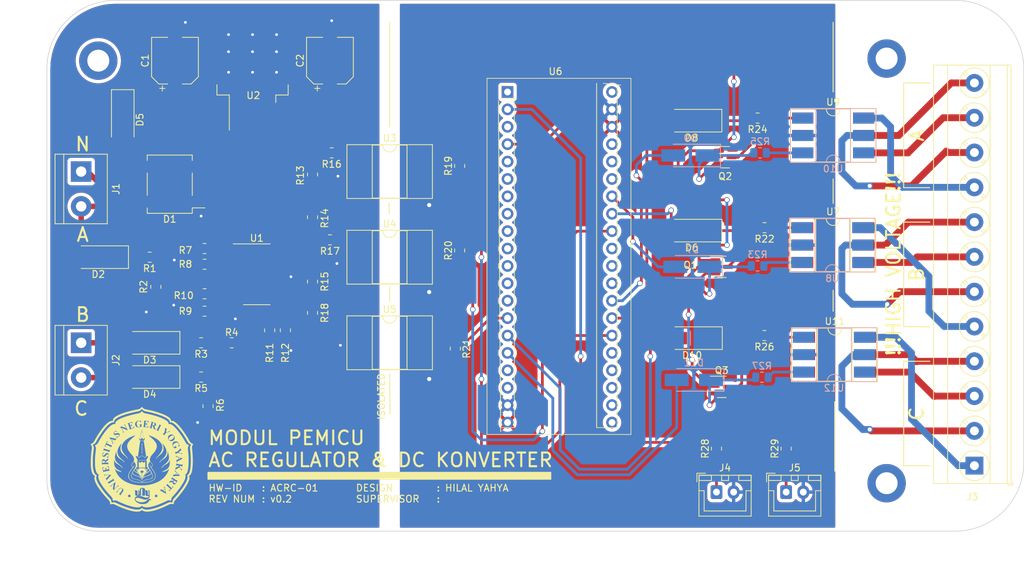
<source format=kicad_pcb>
(kicad_pcb (version 20211014) (generator pcbnew)
  (layers (0 "F.Cu" signal) (31 "B.Cu" signal) (34 "B.Paste" user) (35 "F.Paste" user) (36 "B.SilkS" user "B.Silkscreen") (37 "F.SilkS" user "F.Silkscreen") (38 "B.Mask" user) (39 "F.Mask" user) (44 "Edge.Cuts" user))
  (net 0 "")
  (net 1 "Net-(C1-Pad1)")
  (net 2 "GNDS")
  (net 3 "Net-(D1-Pad3)")
  (net 4 "PHASE_A")
  (net 5 "Net-(D2-Pad1)")
  (net 6 "PHASE_B")
  (net 7 "Net-(D3-Pad1)")
  (net 8 "NEUT")
  (net 9 "PHASE_C")
  (net 10 "Net-(D4-Pad1)")
  (net 11 "GATE_B1")
  (net 12 "Net-(D6-Pad1)")
  (net 13 "Net-(D7-Pad1)")
  (net 14 "Net-(D8-Pad1)")
  (net 15 "Net-(D9-Pad1)")
  (net 16 "GATE_B2")
  (net 17 "GATE_A1")
  (net 18 "Net-(D10-Pad1)")
  (net 19 "GATE_A2")
  (net 20 "GATE_C1")
  (net 21 "Net-(D11-Pad1)")
  (net 22 "GATE_C2")
  (net 23 "TRIAC_MODE")
  (net 24 "+3.3V")
  (net 25 "Net-(R1-Pad1)")
  (net 26 "Net-(R11-Pad1)")
  (net 27 "Net-(R3-Pad1)")
  (net 28 "Net-(R13-Pad1)")
  (net 29 "Net-(R14-Pad1)")
  (net 30 "Net-(R15-Pad1)")
  (net 31 "Net-(R5-Pad1)")
  (net 32 "GND")
  (net 33 "Net-(R7-Pad1)")
  (net 34 "VCC")
  (net 35 "Net-(R10-Pad2)")
  (net 38 "Net-(R16-Pad1)")
  (net 39 "Net-(R17-Pad1)")
  (net 40 "Net-(R18-Pad1)")
  (net 41 "ZCD_A")
  (net 42 "ZCD_B")
  (net 43 "ZCD_C")
  (net 44 "Net-(R22-Pad1)")
  (net 45 "Net-(R23-Pad1)")
  (net 46 "Net-(R24-Pad1)")
  (net 47 "Net-(R25-Pad1)")
  (net 48 "Net-(R26-Pad1)")
  (net 49 "Net-(R27-Pad1)")
  (net 54 "Net-(J4-Pad1)")
  (net 55 "Net-(J5-Pad1)")
  (net 64 "LED_USB")
  (net 79 "OUTB1_E")
  (net 80 "OUTB1_C")
  (net 83 "OUTB2_E")
  (net 84 "OUTB2_C")
  (net 87 "OUTA1_E")
  (net 88 "OUTA1_C")
  (net 91 "OUTA2_E")
  (net 92 "OUTA2_C")
  (net 95 "OUTC1_E")
  (net 96 "OUTC1_C")
  (net 99 "OUTC2_E")
  (net 100 "OUTC2_C")
  (footprint "Diode_SMD:D_SMA_Handsoldering" (layer "F.Cu") (at 166.624 91.821 180)
    (fp_text reference "D10")
    (fp_text value "1N4007")
  )
  (footprint "Package_DIP:DIP-6_W8.89mm_SMDSocket_LongPads" (layer "F.Cu") (at 122.5 67.5)
    (fp_text reference "U3")
    (fp_text value "4N35")
  )
  (footprint "Diode_SMD:D_SMA_Handsoldering" (layer "F.Cu") (at 166.5605 76.120904 180)
    (fp_text reference "D6")
    (fp_text value "1N4007")
  )
  (footprint "Resistor_SMD:R_0805_2012Metric" (layer "F.Cu") (at 113.792 77.47 180)
    (fp_text reference "R17")
    (fp_text value "2K2")
  )
  (footprint "Resistor_SMD:R_0805_2012Metric" (layer "F.Cu") (at 87.5 80 180)
    (fp_text reference "R1")
    (fp_text value "10K")
  )
  (footprint "Diode_SMD:D_SMA_Handsoldering" (layer "F.Cu") (at 166.5605 60.071 180)
    (fp_text reference "D8")
    (fp_text value "1N4007")
  )
  (footprint "Resistor_SMD:R_0805_2012Metric" (layer "F.Cu") (at 111.252 74.168 90)
    (fp_text reference "R14")
    (fp_text value "10K")
  )
  (footprint "Package_DIP:DIP-6_W8.89mm_SMDSocket_LongPads" (layer "F.Cu") (at 187.198 62.23)
    (fp_text reference "U9")
    (fp_text value "4N35")
  )
  (footprint "Package_SO:SOIC-14_3.9x8.7mm_P1.27mm" (layer "F.Cu") (at 103.124 82.5)
    (fp_text reference "U1")
    (fp_text value "LM339")
  )
  (footprint "logo_uny:logo_uny_15mm" (layer "F.Cu") (at 86.36 109.5)
    (fp_text reference "G***" hide)
    (fp_text value "LOGO" hide)
  )
  (footprint "MountingHole:MountingHole_3.2mm_M3_DIN965_Pad" (layer "F.Cu") (at 195 113)
    (fp_text reference "REF**" hide)
    (fp_text value "MountingHole_3.2mm_M3_DIN965_Pad")
  )
  (footprint "Package_DIP:DIP-6_W8.89mm_SMDSocket_LongPads" (layer "F.Cu") (at 187.198 78.232)
    (fp_text reference "U7")
    (fp_text value "4N35")
  )
  (footprint "Resistor_SMD:R_0805_2012Metric" (layer "F.Cu") (at 114.046 64.77 180)
    (fp_text reference "R16")
    (fp_text value "2K2")
  )
  (footprint "Resistor_SMD:R_0805_2012Metric" (layer "F.Cu") (at 180.34 107.95 90)
    (fp_text reference "R29")
    (fp_text value "220")
  )
  (footprint "Resistor_SMD:R_0805_2012Metric" (layer "F.Cu") (at 111.252 88.138 90)
    (fp_text reference "R18")
    (fp_text value "2K2")
  )
  (footprint "Package_DIP:DIP-6_W8.89mm_SMDSocket_LongPads" (layer "F.Cu") (at 122.5 92.5)
    (fp_text reference "U5")
    (fp_text value "4N35")
  )
  (footprint "Capacitor_SMD:CP_Elec_6.3x7.7" (layer "F.Cu") (at 91.186 51.308 90)
    (fp_text reference "C1")
    (fp_text value "100uF")
  )
  (footprint "Package_DIP:DIP-6_W8.89mm_SMDSocket_LongPads" (layer "F.Cu") (at 187.452 94.234)
    (fp_text reference "U11")
    (fp_text value "4N35")
  )
  (footprint "Resistor_SMD:R_0805_2012Metric" (layer "F.Cu") (at 95.504 78.74 180)
    (fp_text reference "R7")
    (fp_text value "100K")
  )
  (footprint "Resistor_SMD:R_0805_2012Metric" (layer "F.Cu") (at 95 97.5 180)
    (fp_text reference "R5")
    (fp_text value "10K")
  )
  (footprint "Diode_SMD:D_SMA_Handsoldering" (layer "F.Cu") (at 83.566 59.944 -90)
    (fp_text reference "D5")
    (fp_text value "1N4007")
  )
  (footprint "Resistor_SMD:R_0805_2012Metric" (layer "F.Cu") (at 111.252 83.566 90)
    (fp_text reference "R15")
    (fp_text value "10K")
  )
  (footprint "Resistor_SMD:R_0805_2012Metric" (layer "F.Cu") (at 96.012 101.7505 90)
    (fp_text reference "R6")
    (fp_text value "10K")
  )
  (footprint "Footprints:YAAJ_WeAct_BlackPill_2" (layer "F.Cu") (at 139.7 55.88)
    (fp_text reference "U6")
    (fp_text value "YAAJ_WeAct_BlackPill_Part_Like" hide)
  )
  (footprint "Package_TO_SOT_SMD:SOT-23" (layer "F.Cu") (at 170.942 98.933)
    (fp_text reference "Q3")
    (fp_text value "MMBT3904")
  )
  (footprint "MountingHole:MountingHole_3.2mm_M3_DIN965_Pad" (layer "F.Cu") (at 80 51.308)
    (fp_text reference "REF**" hide)
    (fp_text value "MountingHole_3.2mm_M3_DIN965_Pad")
  )
  (footprint "Package_TO_SOT_SMD:SOT-23" (layer "F.Cu") (at 170.942 81.407)
    (fp_text reference "Q1")
    (fp_text value "MMBT3904")
  )
  (footprint "Diode_SMD:D_SMA_Handsoldering" (layer "F.Cu") (at 80 80 180)
    (fp_text reference "D2")
    (fp_text value "1N4007")
  )
  (footprint "Resistor_SMD:R_0805_2012Metric" (layer "F.Cu") (at 111.252 67.9215 -90)
    (fp_text reference "R13")
    (fp_text value "10K")
  )
  (footprint "Connector_JST:JST_XH_B2B-XH-A_1x02_P2.50mm_Vertical" (layer "F.Cu") (at 180.34 114.3)
    (fp_text reference "J5")
    (fp_text value "POWER")
  )
  (footprint "Diode_SMD:Diode_Bridge_OnSemi_SDIP-4L" (layer "F.Cu") (at 90.424 69.342 180)
    (fp_text reference "D1")
    (fp_text value "DB106S")
  )
  (footprint "Resistor_SMD:R_0805_2012Metric" (layer "F.Cu") (at 99.4645 92.5068 180)
    (fp_text reference "R4")
    (fp_text value "10K")
  )
  (footprint "Resistor_SMD:R_0805_2012Metric" (layer "F.Cu") (at 95.504 81.026)
    (fp_text reference "R8")
    (fp_text value "10K")
  )
  (footprint "Resistor_SMD:R_0805_2012Metric" (layer "F.Cu") (at 95 92.5 180)
    (fp_text reference "R3")
    (fp_text value "10K")
  )
  (footprint "Resistor_SMD:R_0805_2012Metric" (layer "F.Cu") (at 95.504 87.884 180)
    (fp_text reference "R9")
    (fp_text value "100K")
  )
  (footprint "MountingHole:MountingHole_3.2mm_M3_DIN965_Pad" (layer "F.Cu") (at 195 51)
    (fp_text reference "REF**" hide)
    (fp_text value "MountingHole_3.2mm_M3_DIN965_Pad")
  )
  (footprint "Package_DIP:DIP-6_W8.89mm_SMDSocket_LongPads" (layer "F.Cu") (at 122.5 80)
    (fp_text reference "U4")
    (fp_text value "4N35")
  )
  (footprint "Resistor_SMD:R_0805_2012Metric" (layer "F.Cu") (at 132.715 79.0175 90)
    (fp_text reference "R20")
    (fp_text value "10K")
  )
  (footprint "TerminalBlock:TerminalBlock_bornier-2_P5.08mm" (layer "F.Cu") (at 77.5 67.5 -90)
    (fp_text reference "J1")
    (fp_text value "IN1")
  )
  (footprint "Package_TO_SOT_SMD:SOT-23" (layer "F.Cu") (at 171.45 65.405)
    (fp_text reference "Q2")
    (fp_text value "MMBT3904")
  )
  (footprint "Resistor_SMD:R_0805_2012Metric" (layer "F.Cu") (at 170.18 107.95 90)
    (fp_text reference "R28")
    (fp_text value "220")
  )
  (footprint "Package_TO_SOT_SMD:TO-263-2" (layer "F.Cu") (at 102.5 53.375 90)
    (fp_text reference "U2")
    (fp_text value "L7812")
  )
  (footprint "Resistor_SMD:R_0805_2012Metric" (layer "F.Cu") (at 176.1725 59.69 180)
    (fp_text reference "R24")
    (fp_text value "2K2")
  )
  (footprint "Resistor_SMD:R_0805_2012Metric" (layer "F.Cu") (at 177.1885 75.692 180)
    (fp_text reference "R22")
    (fp_text value "2K2")
  )
  (footprint "Resistor_SMD:R_0805_2012Metric" (layer "F.Cu") (at 177.165 91.44 180)
    (fp_text reference "R26")
    (fp_text value "2K2")
  )
  (footprint "Resistor_SMD:R_0805_2012Metric" (layer "F.Cu") (at 105.0036 90.678 -90)
    (fp_text reference "R11")
    (fp_text value "100K")
  )
  (footprint "Resistor_SMD:R_0805_2012Metric" (layer "F.Cu") (at 107.2896 90.678 90)
    (fp_text reference "R12")
    (fp_text value "10K")
  )
  (footprint "Capacitor_SMD:CP_Elec_6.3x7.7" (layer "F.Cu") (at 113.792 51.308 90)
    (fp_text reference "C2")
    (fp_text value "100uF")
  )
  (footprint "Diode_SMD:D_SMA_Handsoldering" (layer "F.Cu") (at 87.5 92.5 180)
    (fp_text reference "D3")
    (fp_text value "1N4007")
  )
  (footprint "TerminalBlock_Phoenix:TerminalBlock_Phoenix_MKDS-3-12-5.08_1x12_P5.08mm_Horizontal" (layer "F.Cu") (at 207.8 110.44 90)
    (fp_text reference "J3")
    (fp_text value "OUT")
  )
  (footprint "Resistor_SMD:R_0805_2012Metric" (layer "F.Cu") (at 95.504 85.344)
    (fp_text reference "R10")
    (fp_text value "10K")
  )
  (footprint "Connector_JST:JST_XH_B2B-XH-A_1x02_P2.50mm_Vertical" (layer "F.Cu") (at 170.18 114.3)
    (fp_text reference "J4")
    (fp_text value "USB_LED")
  )
  (footprint "Resistor_SMD:R_0805_2012Metric" (layer "F.Cu") (at 88.392 84.328 90)
    (fp_text reference "R2")
    (fp_text value "10K")
  )
  (footprint "Diode_SMD:D_SMA_Handsoldering" (layer "F.Cu") (at 87.5 97.5 180)
    (fp_text reference "D4")
    (fp_text value "1N4007")
  )
  (footprint "Resistor_SMD:R_0805_2012Metric" (layer "F.Cu") (at 132.08 93.345 -90)
    (fp_text reference "R21")
    (fp_text value "10K")
  )
  (footprint "Resistor_SMD:R_0805_2012Metric" (layer "F.Cu") (at 132.715 66.675 90)
    (fp_text reference "R19")
    (fp_text value "10K")
  )
  (footprint "TerminalBlock:TerminalBlock_bornier-2_P5.08mm" (layer "F.Cu") (at 77.5 92.5 -90)
    (fp_text reference "J2")
    (fp_text value "IN2")
  )
  (footprint "Diode_SMD:D_SMA_Handsoldering" (layer "B.Cu") (at 166.878 97.917 180)
    (fp_text reference "D11")
    (fp_text value "1N4007")
  )
  (footprint "Package_DIP:DIP-6_W8.89mm_SMDSocket_LongPads" (layer "B.Cu") (at 187.325 94.234)
    (fp_text reference "U12")
    (fp_text value "4N35")
  )
  (footprint "Diode_SMD:D_SMA_Handsoldering" (layer "B.Cu") (at 166.37 65.151 180)
    (fp_text reference "D9")
    (fp_text value "1N4007")
  )
  (footprint "Package_DIP:DIP-6_W8.89mm_SMDSocket_LongPads" (layer "B.Cu") (at 187.198 62.23)
    (fp_text reference "U10")
    (fp_text value "4N35")
  )
  (footprint "Resistor_SMD:R_0805_2012Metric" (layer "B.Cu") (at 176.8075 97.536 180)
    (fp_text reference "R27")
    (fp_text value "2K2")
  )
  (footprint "Resistor_SMD:R_0805_2012Metric" (layer "B.Cu") (at 176.53 64.77 180)
    (fp_text reference "R25")
    (fp_text value "2K2")
  )
  (footprint "Package_DIP:DIP-6_W8.89mm_SMDSocket_LongPads" (layer "B.Cu") (at 187.071 78.232)
    (fp_text reference "U8")
    (fp_text value "4N35")
  )
  (footprint "Resistor_SMD:R_0805_2012Metric" (layer "B.Cu") (at 176.1725 81.28 180)
    (fp_text reference "R23")
    (fp_text value "2K2")
  )
  (footprint "Diode_SMD:D_SMA_Handsoldering" (layer "B.Cu") (at 166.664 81.407 180)
    (fp_text reference "D7")
    (fp_text value "1N4007")
  )
  (gr_line (start 197.485 90.12) (end 201.295 90.17) (layer "F.SilkS") (width 0.15))
  (gr_line (start 187.198 55.88) (end 187.198 45.72) (layer "F.SilkS") (width 0.15))
  (gr_line (start 122.428 72.136) (end 122.428 73.66) (layer "F.SilkS") (width 0.15))
  (gr_line (start 122.5 97.028) (end 122.555 102.87) (layer "F.SilkS") (width 0.15))
  (gr_line (start 201.295 110.44) (end 197.485 110.44) (layer "F.SilkS") (width 0.15))
  (gr_line (start 122.5 84.328) (end 122.5 86.36) (layer "F.SilkS") (width 0.15))
  (gr_line (start 197.485 69.85) (end 201.295 69.85) (layer "F.SilkS") (width 0.15))
  (gr_line (start 201.295 74.88) (end 197.485 74.88) (layer "F.SilkS") (width 0.15))
  (gr_line (start 122.5 60.96) (end 122.5 45.72) (layer "F.SilkS") (width 0.15))
  (gr_line (start 197.485 74.88) (end 197.485 90.12) (layer "F.SilkS") (width 0.15))
  (gr_line (start 201.295 95.2) (end 197.485 95.2) (layer "F.SilkS") (width 0.15))
  (gr_line (start 187.198 84.836) (end 187.198 87.884) (layer "F.SilkS") (width 0.15))
  (gr_poly (pts (xy 146 112.415) (xy 96 112.415) (xy 96 111.415) (xy 146 111.415)) (layer "F.SilkS") (width 0.15) (fill solid))
  (gr_line (start 187.452 101.092) (end 187.452 111.252) (layer "F.SilkS") (width 0.15))
  (gr_line (start 197.485 54.56) (end 197.485 69.85) (layer "F.SilkS") (width 0.15))
  (gr_line (start 187.198 68.58) (end 187.198 72.136) (layer "F.SilkS") (width 0.15))
  (gr_line (start 201.295 54.56) (end 197.485 54.56) (layer "F.SilkS") (width 0.15))
  (gr_line (start 197.485 95.2) (end 197.485 110.44) (layer "F.SilkS") (width 0.15))
  (gr_arc (start 72.5 52.5) (mid 75.428932 45.428932) (end 82.5 42.5) (layer "Edge.Cuts") (width 0.1))
  (gr_line (start 72.5 52.5) (end 72.5 112.5) (layer "Edge.Cuts") (width 0.1))
  (gr_line (start 215 52.5) (end 215 110) (layer "Edge.Cuts") (width 0.1))
  (gr_arc (start 80 120) (mid 74.696699 117.803301) (end 72.5 112.5) (layer "Edge.Cuts") (width 0.1))
  (gr_arc (start 215 110) (mid 212.071068 117.071068) (end 205 120) (layer "Edge.Cuts") (width 0.1))
  (gr_line (start 82.5 42.5) (end 205 42.5) (layer "Edge.Cuts") (width 0.1))
  (gr_arc (start 205 42.5) (mid 212.071068 45.428932) (end 215 52.5) (layer "Edge.Cuts") (width 0.1))
  (gr_line (start 80 120) (end 205 120) (layer "Edge.Cuts") (width 0.1))
  (gr_text "MODUL PEMICU\nAC REGULATOR & DC KONVERTER" (at 95.885 108) (layer "F.SilkS") (effects (font (size 2 2) (thickness 0.3)) (justify left)))
  (gr_text "A" (at 77.724 76.708) (layer "F.SilkS") (effects (font (size 2 2) (thickness 0.3))))
  (gr_text "A" (at 199.39 62.23 90) (layer "F.SilkS") (effects (font (size 2 2) (thickness 0.3))))
  (gr_text "ISOLATED" (at 121.285 100.33 90) (layer "F.SilkS") (effects (font (size 1 1))))
  (gr_text "!!!HIGH VOLTAGE!!!" (at 196 81 90) (layer "F.SilkS") (effects (font (size 2 2) (thickness 0.3))))
  (gr_text "B" (at 199.39 82.55 90) (layer "F.SilkS") (effects (font (size 2 2) (thickness 0.3))))
  (gr_text "B" (at 77.724 88.392) (layer "F.SilkS") (effects (font (size 2 2) (thickness 0.3))))
  (gr_text "HW-ID	: ACRC-01\nREV NUM	: v0.2" (at 96 114.5) (layer "F.SilkS") (effects (font (size 1 1)) (justify left)))
  (gr_text "C" (at 77.5 102.108) (layer "F.SilkS") (effects (font (size 2 2) (thickness 0.3))))
  (gr_text "C" (at 199.39 102.87 90) (layer "F.SilkS") (effects (font (size 2 2) (thickness 0.3))))
  (gr_text "DESIGN		: HILAL YAHYA\nSUPERVISOR	:" (at 117.5 114.5) (layer "F.SilkS") (effects (font (size 1 1)) (justify left)))
  (gr_text "N" (at 77.724 63.5) (layer "F.SilkS") (effects (font (size 2 2) (thickness 0.3))))
  (segment (start 96.328 59.15) (end 99.96 59.15) (width 0.4) (layer "F.Cu") (net 1))
  (segment (start 87.75 57.444) (end 91.186 54.008) (width 0.4) (layer "F.Cu") (net 1))
  (segment (start 91.186 54.008) (end 96.328 59.15) (width 0.4) (layer "F.Cu") (net 1))
  (segment (start 83.566 57.444) (end 87.75 57.444) (width 0.4) (layer "F.Cu") (net 1))
  (segment (start 94.874 73.874) (end 95 74) (width 0.4) (layer "F.Cu") (net 2))
  (segment (start 118.055 92.5) (end 115.6784 92.5) (width 0.4) (layer "F.Cu") (net 2))
  (segment (start 102.832 50) (end 105.156 52.324) (width 0.4) (layer "F.Cu") (net 2))
  (segment (start 94.874 71.892) (end 94.874 73.874) (width 0.4) (layer "F.Cu") (net 2))
  (segment (start 102.5 50) (end 102.832 50) (width 0.4) (layer "F.Cu") (net 2))
  (segment (start 96.012 102.663) (end 95.965 102.663) (width 0.4) (layer "F.Cu") (net 2))
  (segment (start 102.5 50) (end 102.5 53) (width 0.4) (layer "F.Cu") (net 2))
  (segment (start 107.2896 91.5905) (end 107.2896 92.8116) (width 0.4) (layer "F.Cu") (net 2))
  (segment (start 103.162 50) (end 102.5 50) (width 0.4) (layer "F.Cu") (net 2))
  (segment (start 118.055 67.5) (end 115.634 67.5) (width 0.4) (layer "F.Cu") (net 2))
  (segment (start 102.5 50) (end 99 50) (width 0.4) (layer "F.Cu") (net 2))
  (segment (start 100 47.5) (end 102.5 50) (width 0.4) (layer "F.Cu") (net 2))
  (segment (start 94.5915 85.344) (end 92.656 85.344) (width 0.4) (layer "F.Cu") (net 2))
  (segment (start 101.816 50) (end 100.076 48.26) (width 0.4) (layer "F.Cu") (net 2))
  (segment (start 91.186 48.608) (end 91.186 47.244) (width 0.4) (layer "F.Cu") (net 2))
  (segment (start 102.5 50) (end 102.5 47.5) (width 0.4) (layer "F.Cu") (net 2))
  (segment (start 103.5 50) (end 106 47.5) (width 0.4) (layer "F.Cu") (net 2))
  (segment (start 102.5 50) (end 105.5 53) (width 0.4) (layer "F.Cu") (net 2))
  (segment (start 95.965 102.663) (end 94.488 104.14) (width 0.4) (layer "F.Cu") (net 2))
  (segment (start 102.5 50) (end 102.4 50) (width 0.4) (layer "F.Cu") (net 2))
  (segment (start 99 47.5) (end 100 47.5) (width 0.4) (layer "F.Cu") (net 2))
  (segment (start 115.634 67.5) (end 114.9604 68.1736) (width 0.4) (layer "F.Cu") (net 2))
  (segment (start 100.377 89.377) (end 100 89) (width 0.4) (layer "F.Cu") (net 2))
  (segment (start 92.656 85.344) (end 91 87) (width 0.4) (layer "F.Cu") (net 2))
  (segment (start 102.5 50) (end 101.816 50) (width 0.4) (layer "F.Cu") (net 2))
  (segment (start 118.055 80) (end 115.7324 80) (width 0.4) (layer "F.Cu") (net 2))
  (segment (start 115.6784 92.5) (end 115.316 92.8624) (width 0.4) (layer "F.Cu") (net 2))
  (segment (start 106.4776 81.23) (end 108.1024 82.8548) (width 0.4) (layer "F.Cu") (net 2))
  (segment (start 102.5 50) (end 106 50) (width 0.4) (layer "F.Cu") (net 2))
  (segment (start 102.4 50) (end 100.076 52.324) (width 0.4) (layer "F.Cu") (net 2))
  (segment (start 91.186 47.244) (end 92.71 45.72) (width 0.4) (layer "F.Cu") (net 2))
  (segment (start 107.2896 92.8116) (end 108.1024 93.6244) (width 0.4) (layer "F.Cu") (net 2))
  (segment (start 105.5 53) (end 106 53) (width 0.4) (layer "F.Cu") (net 2))
  (segment (start 113.792 45.72) (end 114.046 45.466) (width 0.4) (layer "F.Cu") (net 2))
  (segment (start 113.792 48.608) (end 113.792 45.72) (width 0.4) (layer "F.Cu") (net 2))
  (segment (start 102.5 50) (end 99 53) (width 0.4) (layer "F.Cu") (net 2))
  (segment (start 88.392 86.608) (end 87 88) (width 0.4) (layer "F.Cu") (net 2))
  (segment (start 100.377 92.5068) (end 100.377 89.377) (width 0.4) (layer "F.Cu") (net 2))
  (segment (start 102.5 50) (end 103.5 50) (width 0.4) (layer "F.Cu") (net 2))
  (segment (start 105.599 81.23) (end 106.4776 81.23) (width 0.4) (layer "F.Cu") (net 2))
  (segment (start 105.182351 50.041575) (end 103.162 50) (width 0.4) (layer "F.Cu") (net 2))
  (segment (start 94.5915 81.026) (end 91.694 81.026) (width 0.4) (layer "F.Cu") (net 2))
  (segment (start 91.694 81.026) (end 91.0844 80.4164) (width 0.4) (layer "F.Cu") (net 2))
  (segment (start 115.7324 80) (end 114.808 80.9244) (width 0.4) (layer "F.Cu") (net 2))
  (segment (start 88.392 85.2405) (end 88.392 86.608) (width 0.4) (layer "F.Cu") (net 2))
  (via (at 99 50) (size 0.8) (drill 0.4) (layers "F.Cu" "B.Cu") (net 2))
  (via (at 108.1024 82.8548) (size 0.8) (drill 0.4) (layers "F.Cu" "B.Cu") (net 2))
  (via (at 102.5 50) (size 0.8) (drill 0.4) (layers "F.Cu" "B.Cu") (net 2))
  (via (at 87 88) (size 0.8) (drill 0.4) (layers "F.Cu" "B.Cu") (net 2))
  (via (at 95 74) (size 0.8) (drill 0.4) (layers "F.Cu" "B.Cu") (net 2))
  (via (at 91 87) (size 0.8) (drill 0.4) (layers "F.Cu" "B.Cu") (net 2))
  (via (at 106 50) (size 0.8) (drill 0.4) (layers "F.Cu" "B.Cu") (net 2))
  (via (at 94.488 104.14) (size 0.8) (drill 0.4) (layers "F.Cu" "B.Cu") (net 2))
  (via (at 102.5 47.5) (size 0.8) (drill 0.4) (layers "F.Cu" "B.Cu") (net 2))
  (via (at 106 53) (size 0.8) (drill 0.4) (layers "F.Cu" "B.Cu") (net 2))
  (via (at 99 53) (size 0.8) (drill 0.4) (layers "F.Cu" "B.Cu") (net 2))
  (via (at 114.808 80.9244) (size 0.8) (drill 0.4) (layers "F.Cu" "B.Cu") (net 2))
  (via (at 100 89) (size 0.8) (drill 0.4) (layers "F.Cu" "B.Cu") (net 2))
  (via (at 99 47.5) (size 0.8) (drill 0.4) (layers "F.Cu" "B.Cu") (net 2))
  (via (at 102.5 53) (size 0.8) (drill 0.4) (layers "F.Cu" "B.Cu") (net 2))
  (via (at 114.9604 68.1736) (size 0.8) (drill 0.4) (layers "F.Cu" "B.Cu") (net 2))
  (via (at 91.0844 80.4164) (size 0.8) (drill 0.4) (layers "F.Cu" "B.Cu") (net 2))
  (via (at 106 47.5) (size 0.8) (drill 0.4) (layers "F.Cu" "B.Cu") (net 2))
  (via (at 108.1024 93.6244) (size 0.8) (drill 0.4) (layers "F.Cu" "B.Cu") (net 2))
  (via (at 115.316 92.8624) (size 0.8) (drill 0.4) (layers "F.Cu" "B.Cu") (net 2))
  (via (at 114.046 45.466) (size 0.8) (drill 0.4) (layers "F.Cu" "B.Cu") (net 2))
  (via (at 92.71 45.72) (size 0.8) (drill 0.4) (layers "F.Cu" "B.Cu") (net 2))
  (segment (start 83.566 66.04) (end 83.566 62.444) (width 0.4) (layer "F.Cu") (net 3))
  (segment (start 85.974 66.792) (end 84.318 66.792) (width 0.4) (layer "F.Cu") (net 3))
  (segment (start 84.318 66.792) (end 83.566 66.04) (width 0.4) (layer "F.Cu") (net 3))
  (segment (start 90.678 67.818) (end 91.704 66.792) (width 0.8) (layer "F.Cu") (net 4))
  (segment (start 79.946 72.58) (end 83.566 76.2) (width 0.8) (layer "F.Cu") (net 4))
  (segment (start 77.5 72.58) (end 79.946 72.58) (width 0.8) (layer "F.Cu") (net 4))
  (segment (start 90.678 73.152) (end 90.678 67.818) (width 0.8) (layer "F.Cu") (net 4))
  (segment (start 77.5 72.58) (end 77.5 80) (width 0.8) (layer "F.Cu") (net 4))
  (segment (start 87.63 76.2) (end 90.678 73.152) (width 0.8) (layer "F.Cu") (net 4))
  (segment (start 83.566 76.2) (end 87.63 76.2) (width 0.8) (layer "F.Cu") (net 4))
  (segment (start 91.704 66.792) (end 94.874 66.792) (width 0.8) (layer "F.Cu") (net 4))
  (segment (start 82.5 80) (end 86.5875 80) (width 0.8) (layer "F.Cu") (net 5))
  (segment (start 77.5 92.5) (end 85 92.5) (width 0.8) (layer "F.Cu") (net 6))
  (segment (start 90 92.5) (end 94.0875 92.5) (width 0.8) (layer "F.Cu") (net 7))
  (segment (start 77.5 67.5) (end 78.422 67.5) (width 0.8) (layer "F.Cu") (net 8))
  (segment (start 82.814 71.892) (end 85.974 71.892) (width 0.8) (layer "F.Cu") (net 8))
  (segment (start 78.422 67.5) (end 82.814 71.892) (width 0.8) (layer "F.Cu") (net 8))
  (segment (start 77.5 97.58) (end 84.92 97.58) (width 0.8) (layer "F.Cu") (net 9))
  (segment (start 84.92 97.58) (end 85 97.5) (width 0.8) (layer "F.Cu") (net 9))
  (segment (start 90 97.5) (end 94.0875 97.5) (width 0.8) (layer "F.Cu") (net 10))
  (segment (start 163.576 73.152) (end 163.576 75.636404) (width 0.4) (layer "F.Cu") (net 11))
  (segment (start 163.576 75.636404) (end 164.0605 76.120904) (width 0.4) (layer "F.Cu") (net 11))
  (via (at 163.576 73.152) (size 0.8) (drill 0.6) (layers "F.Cu" "B.Cu") (net 11))
  (segment (start 154.94 73.66) (end 163.068 73.66) (width 0.4) (layer "B.Cu") (net 11))
  (segment (start 163.068 73.66) (end 163.576 73.152) (width 0.4) (layer "B.Cu") (net 11))
  (segment (start 174.323096 76.120904) (end 173.736 76.708) (width 0.4) (layer "F.Cu") (net 12))
  (segment (start 171.8795 81.407) (end 173.736 79.5505) (width 0.4) (layer "F.Cu") (net 12))
  (segment (start 173.148904 76.120904) (end 174.323096 76.120904) (width 0.4) (layer "F.Cu") (net 12))
  (segment (start 174.323096 76.120904) (end 175.847096 76.120904) (width 0.4) (layer "F.Cu") (net 12))
  (segment (start 173.148904 76.120904) (end 173.736 76.708) (width 0.4) (layer "F.Cu") (net 12))
  (segment (start 173.736 79.5505) (end 173.736 76.708) (width 0.4) (layer "F.Cu") (net 12))
  (segment (start 175.847096 76.120904) (end 176.276 75.692) (width 0.4) (layer "F.Cu") (net 12))
  (segment (start 173.736 76.708) (end 173.736 76.2) (width 0.4) (layer "F.Cu") (net 12))
  (segment (start 169.0605 76.120904) (end 173.148904 76.120904) (width 0.4) (layer "F.Cu") (net 12))
  (segment (start 170.0045 82.357) (end 168.595 82.357) (width 0.4) (layer "F.Cu") (net 13))
  (segment (start 168.656 85.344) (end 169.164 85.344) (width 0.4) (layer "F.Cu") (net 13))
  (segment (start 167.64 84.328) (end 168.656 85.344) (width 0.4) (layer "F.Cu") (net 13))
  (segment (start 168.595 82.357) (end 167.64 83.312) (width 0.4) (layer "F.Cu") (net 13))
  (segment (start 167.64 83.312) (end 167.64 84.328) (width 0.4) (layer "F.Cu") (net 13))
  (via (at 169.164 85.344) (size 0.8) (drill 0.6) (layers "F.Cu" "B.Cu") (net 13))
  (segment (start 169.164 85.344) (end 169.164 81.407) (width 0.4) (layer "B.Cu") (net 13))
  (segment (start 169.164 81.407) (end 175.133 81.407) (width 0.4) (layer "B.Cu") (net 13))
  (segment (start 175.133 81.407) (end 175.26 81.28) (width 0.4) (layer "B.Cu") (net 13))
  (segment (start 174.879 60.071) (end 175.26 59.69) (width 0.4) (layer "F.Cu") (net 14))
  (segment (start 173.355 65.405) (end 175.26 63.5) (width 0.4) (layer "F.Cu") (net 14))
  (segment (start 175.26 63.5) (end 175.26 59.69) (width 0.4) (layer "F.Cu") (net 14))
  (segment (start 172.3875 65.405) (end 173.355 65.405) (width 0.4) (layer "F.Cu") (net 14))
  (segment (start 169.0605 60.071) (end 174.879 60.071) (width 0.4) (layer "F.Cu") (net 14))
  (segment (start 169.865 66.355) (end 167.64 68.58) (width 0.4) (layer "F.Cu") (net 15))
  (segment (start 170.5125 66.355) (end 169.865 66.355) (width 0.4) (layer "F.Cu") (net 15))
  (via (at 167.64 68.58) (size 0.8) (drill 0.6) (layers "F.Cu" "B.Cu") (net 15))
  (segment (start 167.64 68.58) (end 167.64 66.381) (width 0.4) (layer "B.Cu") (net 15))
  (segment (start 167.64 66.381) (end 168.87 65.151) (width 0.4) (layer "B.Cu") (net 15))
  (segment (start 168.87 65.151) (end 174.879 65.151) (width 0.4) (layer "B.Cu") (net 15))
  (segment (start 174.879 65.151) (end 175.26 64.77) (width 0.4) (layer "B.Cu") (net 15))
  (segment (start 157.988 74.168) (end 157.988 77.724) (width 0.4) (layer "F.Cu") (net 16))
  (segment (start 154.94 71.12) (end 157.988 74.168) (width 0.4) (layer "F.Cu") (net 16))
  (via (at 157.988 77.724) (size 0.8) (drill 0.6) (layers "F.Cu" "B.Cu") (net 16))
  (segment (start 161.671 81.407) (end 164.164 81.407) (width 0.4) (layer "B.Cu") (net 16))
  (segment (start 157.988 77.724) (end 161.671 81.407) (width 0.4) (layer "B.Cu") (net 16))
  (segment (start 154.94 88.9) (end 157.48 88.9) (width 0.4) (layer "F.Cu") (net 17))
  (segment (start 157.48 88.9) (end 160.02 86.36) (width 0.4) (layer "F.Cu") (net 17))
  (segment (start 160.02 62.23) (end 162.179 60.071) (width 0.4) (layer "F.Cu") (net 17))
  (segment (start 162.179 60.071) (end 164.0605 60.071) (width 0.4) (layer "F.Cu") (net 17))
  (segment (start 160.02 86.36) (end 160.02 62.23) (width 0.4) (layer "F.Cu") (net 17))
  (segment (start 173.863 98.425) (end 173.863 92.583) (width 0.4) (layer "F.Cu") (net 18))
  (segment (start 173.863 91.821) (end 174.371 91.821) (width 0.4) (layer "F.Cu") (net 18))
  (segment (start 173.863 92.583) (end 173.863 91.821) (width 0.4) (layer "F.Cu") (net 18))
  (segment (start 173.863 92.583) (end 174.625 91.821) (width 0.4) (layer "F.Cu") (net 18))
  (segment (start 174.625 91.821) (end 175.8715 91.821) (width 0.4) (layer "F.Cu") (net 18))
  (segment (start 173.99 92.202) (end 174.371 91.821) (width 0.4) (layer "F.Cu") (net 18))
  (segment (start 174.371 91.821) (end 174.625 91.821) (width 0.4) (layer "F.Cu") (net 18))
  (segment (start 173.99 92.202) (end 173.609 91.821) (width 0.4) (layer "F.Cu") (net 18))
  (segment (start 173.355 98.933) (end 173.863 98.425) (width 0.4) (layer "F.Cu") (net 18))
  (segment (start 173.609 91.821) (end 173.863 91.821) (width 0.4) (layer "F.Cu") (net 18))
  (segment (start 173.101 91.821) (end 173.863 92.583) (width 0.4) (layer "F.Cu") (net 18))
  (segment (start 171.8795 98.933) (end 173.355 98.933) (width 0.4) (layer "F.Cu") (net 18))
  (segment (start 173.101 91.821) (end 173.609 91.821) (width 0.4) (layer "F.Cu") (net 18))
  (segment (start 173.863 92.583) (end 173.863 92.329) (width 0.4) (layer "F.Cu") (net 18))
  (segment (start 175.8715 91.821) (end 176.2525 91.44) (width 0.4) (layer "F.Cu") (net 18))
  (segment (start 169.124 91.821) (end 173.101 91.821) (width 0.4) (layer "F.Cu") (net 18))
  (segment (start 173.863 92.329) (end 173.99 92.202) (width 0.4) (layer "F.Cu") (net 18))
  (segment (start 159.22 83.604) (end 159.22 69.596) (width 0.4) (layer "F.Cu") (net 19))
  (segment (start 159.22 68.796) (end 158.496 68.072) (width 0.4) (layer "F.Cu") (net 19))
  (segment (start 159.004 83.82) (end 159.22 83.604) (width 0.4) (layer "F.Cu") (net 19))
  (segment (start 159.22 69.596) (end 159.22 68.796) (width 0.4) (layer "F.Cu") (net 19))
  (via (at 159.004 83.82) (size 0.8) (drill 0.6) (layers "F.Cu" "B.Cu") (net 19))
  (via (at 158.496 68.072) (size 0.8) (drill 0.6) (layers "F.Cu" "B.Cu") (net 19))
  (segment (start 158.496 66.548) (end 159.893 65.151) (width 0.4) (layer "B.Cu") (net 19))
  (segment (start 159.893 65.151) (end 163.87 65.151) (width 0.4) (layer "B.Cu") (net 19))
  (segment (start 158.496 68.072) (end 158.496 66.548) (width 0.4) (layer "B.Cu") (net 19))
  (segment (start 154.94 86.36) (end 156.464 86.36) (width 0.4) (layer "B.Cu") (net 19))
  (segment (start 156.464 86.36) (end 159.004 83.82) (width 0.4) (layer "B.Cu") (net 19))
  (segment (start 160.528 93.472) (end 162.179 91.821) (width 0.4) (layer "F.Cu") (net 20))
  (segment (start 160.528 94.488) (end 160.528 93.472) (width 0.4) (layer "F.Cu") (net 20))
  (segment (start 162.179 91.821) (end 164.124 91.821) (width 0.4) (layer "F.Cu") (net 20))
  (via (at 160.528 94.488) (size 0.8) (drill 0.6) (layers "F.Cu" "B.Cu") (net 20))
  (segment (start 150.19137 110.96) (end 157.14863 110.96) (width 0.4) (layer "B.Cu") (net 20))
  (segment (start 157.14863 110.96) (end 160.528 107.58063) (width 0.4) (layer "B.Cu") (net 20))
  (segment (start 160.528 107.58063) (end 160.528 94.488) (width 0.4) (layer "B.Cu") (net 20))
  (segment (start 147.377685 99.117685) (end 147.377685 108.146315) (width 0.4) (layer "B.Cu") (net 20))
  (segment (start 139.7 91.44) (end 147.377685 99.117685) (width 0.4) (layer "B.Cu") (net 20))
  (segment (start 147.377685 108.146315) (end 150.19137 110.96) (width 0.4) (layer "B.Cu") (net 20))
  (segment (start 170.0045 100.7595) (end 169.164 101.6) (width 0.4) (layer "F.Cu") (net 21))
  (segment (start 170.0045 99.883) (end 170.0045 100.7595) (width 0.4) (layer "F.Cu") (net 21))
  (via (at 169.164 101.6) (size 0.8) (drill 0.6) (layers "F.Cu" "B.Cu") (net 21))
  (segment (start 169.378 97.917) (end 175.514 97.917) (width 0.4) (layer "B.Cu") (net 21))
  (segment (start 169.164 101.6) (end 169.164 98.131) (width 0.4) (layer "B.Cu") (net 21))
  (segment (start 169.164 98.131) (end 169.378 97.917) (width 0.4) (layer "B.Cu") (net 21))
  (segment (start 175.514 97.917) (end 175.895 97.536) (width 0.4) (layer "B.Cu") (net 21))
  (segment (start 164.378 104.862) (end 164.378 97.917) (width 0.4) (layer "B.Cu") (net 22))
  (segment (start 139.7 93.98) (end 146.304 100.584) (width 0.4) (layer "B.Cu") (net 22))
  (segment (start 146.304 108.204) (end 149.86 111.76) (width 0.4) (layer "B.Cu") (net 22))
  (segment (start 157.48 111.76) (end 164.378 104.862) (width 0.4) (layer "B.Cu") (net 22))
  (segment (start 146.304 100.584) (end 146.304 108.204) (width 0.4) (layer "B.Cu") (net 22))
  (segment (start 149.86 111.76) (end 157.48 111.76) (width 0.4) (layer "B.Cu") (net 22))
  (segment (start 149.352 52.832) (end 151.892 50.292) (width 0.4) (layer "F.Cu") (net 23))
  (segment (start 171.704 78.232) (end 168.656 78.232) (width 0.4) (layer "F.Cu") (net 23))
  (segment (start 144.78 63.5) (end 149.352 58.928) (width 0.4) (layer "F.Cu") (net 23))
  (segment (start 167.64 79.248) (end 167.64 80.264) (width 0.4) (layer "F.Cu") (net 23))
  (segment (start 169.9435 98.044) (end 170.0045 97.983) (width 0.4) (layer "F.Cu") (net 23))
  (segment (start 171.704 50.292) (end 172.72 51.308) (width 0.4) (layer "F.Cu") (net 23))
  (segment (start 172.72 62.484) (end 172.4835 62.484) (width 0.4) (layer "F.Cu") (net 23))
  (segment (start 167.833 80.457) (end 170.0045 80.457) (width 0.4) (layer "F.Cu") (net 23))
  (segment (start 168.656 78.232) (end 167.64 79.248) (width 0.4) (layer "F.Cu") (net 23))
  (segment (start 167.132 71.628) (end 171.704 71.628) (width 0.4) (layer "F.Cu") (net 23))
  (segment (start 170.5125 64.455) (end 166.177 64.455) (width 0.4) (layer "F.Cu") (net 23))
  (segment (start 166.624 96.52) (end 168.148 98.044) (width 0.4) (layer "F.Cu") (net 23))
  (segment (start 151.892 50.292) (end 171.704 50.292) (width 0.4) (layer "F.Cu") (net 23))
  (segment (start 166.177 64.455) (end 166.116 64.516) (width 0.4) (layer "F.Cu") (net 23))
  (segment (start 167.64 81.28) (end 166.116 82.804) (width 0.4) (layer "F.Cu") (net 23))
  (segment (start 166.116 82.804) (end 166.116 88.392) (width 0.4) (layer "F.Cu") (net 23))
  (segment (start 164.592 66.04) (end 164.592 69.088) (width 0.4) (layer "F.Cu") (net 23))
  (segment (start 167.64 80.264) (end 167.64 81.28) (width 0.4) (layer "F.Cu") (net 23))
  (segment (start 139.7 63.5) (end 144.78 63.5) (width 0.4) (layer "F.Cu") (net 23))
  (segment (start 172.72 51.308) (end 172.72 54.356) (width 0.4) (layer "F.Cu") (net 23))
  (segment (start 168.148 98.044) (end 169.9435 98.044) (width 0.4) (layer "F.Cu") (net 23))
  (segment (start 164.592 69.088) (end 166.624 71.12) (width 0.4) (layer "F.Cu") (net 23))
  (segment (start 166.624 71.12) (end 167.132 71.628) (width 0.4) (layer "F.Cu") (net 23))
  (segment (start 149.352 58.928) (end 149.352 52.832) (width 0.4) (layer "F.Cu") (net 23))
  (segment (start 172.4835 62.484) (end 170.5125 64.455) (width 0.4) (layer "F.Cu") (net 23))
  (segment (start 166.116 64.516) (end 164.592 66.04) (width 0.4) (layer "F.Cu") (net 23))
  (segment (start 167.64 80.264) (end 167.833 80.457) (width 0.4) (layer "F.Cu") (net 23))
  (segment (start 166.624 94.996) (end 166.624 96.52) (width 0.4) (layer "F.Cu") (net 23))
  (via (at 171.704 71.628) (size 0.8) (drill 0.6) (layers "F.Cu" "B.Cu") (net 23))
  (via (at 166.624 94.996) (size 0.8) (drill 0.6) (layers "F.Cu" "B.Cu") (net 23))
  (via (at 172.72 54.356) (size 0.8) (drill 0.6) (layers "F.Cu" "B.Cu") (net 23))
  (via (at 166.116 88.392) (size 0.8) (drill 0.6) (layers "F.Cu" "B.Cu") (net 23))
  (via (at 172.72 62.484) (size 0.8) (drill 0.6) (layers "F.Cu" "B.Cu") (net 23))
  (via (at 171.704 78.232) (size 0.8) (drill 0.6) (layers "F.Cu" "B.Cu") (net 23))
  (segment (start 172.72 54.356) (end 172.72 62.484) (width 0.4) (layer "B.Cu") (net 23))
  (segment (start 166.116 88.392) (end 166.116 94.488) (width 0.4) (layer "B.Cu") (net 23))
  (segment (start 166.116 94.488) (end 166.624 94.996) (width 0.4) (layer "B.Cu") (net 23))
  (segment (start 171.704 71.628) (end 171.704 78.232) (width 0.4) (layer "B.Cu") (net 23))
  (segment (start 100.2945 83.4155) (end 100.649 83.77) (width 0.4) (layer "F.Cu") (net 25))
  (segment (start 88.4125 80) (end 88.4125 83.395) (width 0.4) (layer "F.Cu") (net 25))
  (segment (start 88.4125 83.395) (end 88.392 83.4155) (width 0.4) (layer "F.Cu") (net 25))
  (segment (start 88.392 83.4155) (end 100.2945 83.4155) (width 0.4) (layer "F.Cu") (net 25))
  (segment (start 107.2896 89.7655) (end 105.0036 89.7655) (width 0.4) (layer "F.Cu") (net 26))
  (segment (start 105.599 83.77) (end 107.1888 83.77) (width 0.4) (layer "F.Cu") (net 26))
  (segment (start 107.95 89.1051) (end 107.2896 89.7655) (width 0.4) (layer "F.Cu") (net 26))
  (segment (start 107.1888 83.77) (end 107.95 84.5312) (width 0.4) (layer "F.Cu") (net 26))
  (segment (start 107.95 84.5312) (end 107.95 89.1051) (width 0.4) (layer "F.Cu") (net 26))
  (segment (start 98.552 92.5068) (end 98.552 86.7156) (width 0.4) (layer "F.Cu") (net 27))
  (segment (start 100.6482 86.3092) (end 100.649 86.31) (width 0.4) (layer "F.Cu") (net 27))
  (segment (start 98.552 86.7156) (end 98.9584 86.3092) (width 0.4) (layer "F.Cu") (net 27))
  (segment (start 95.9125 92.5) (end 98.5452 92.5) (width 0.4) (layer "F.Cu") (net 27))
  (segment (start 98.5452 92.5) (end 98.552 92.5068) (width 0.4) (layer "F.Cu") (net 27))
  (segment (start 98.9584 86.3092) (end 100.6482 86.3092) (width 0.4) (layer "F.Cu") (net 27))
  (segment (start 98.044 79.248) (end 98.044 70.8152) (width 0.4) (layer "F.Cu") (net 28))
  (segment (start 100.649 79.96) (end 98.756 79.96) (width 0.4) (layer "F.Cu") (net 28))
  (segment (start 111.252 67.009) (end 111.3028 66.9582) (width 0.4) (layer "F.Cu") (net 28))
  (segment (start 111.9124 64.77) (end 113.1335 64.77) (width 0.4) (layer "F.Cu") (net 28))
  (segment (start 111.3028 65.3796) (end 111.9124 64.77) (width 0.4) (layer "F.Cu") (net 28))
  (segment (start 98.044 70.8152) (end 101.8502 67.009) (width 0.4) (layer "F.Cu") (net 28))
  (segment (start 111.3028 66.9582) (end 111.3028 65.3796) (width 0.4) (layer "F.Cu") (net 28))
  (segment (start 98.756 79.96) (end 98.044 79.248) (width 0.4) (layer "F.Cu") (net 28))
  (segment (start 101.8502 67.009) (end 111.252 67.009) (width 0.4) (layer "F.Cu") (net 28))
  (segment (start 111.252 75.8425) (end 112.8795 77.47) (width 0.4) (layer "F.Cu") (net 29))
  (segment (start 107.315 73.66) (end 102.235 73.66) (width 0.4) (layer "F.Cu") (net 29))
  (segment (start 111.252 75.0805) (end 108.7355 75.0805) (width 0.4) (layer "F.Cu") (net 29))
  (segment (start 108.7355 75.0805) (end 107.315 73.66) (width 0.4) (layer "F.Cu") (net 29))
  (segment (start 102.235 73.66) (end 100.649 75.246) (width 0.4) (layer "F.Cu") (net 29))
  (segment (start 100.649 75.246) (end 100.649 78.69) (width 0.4) (layer "F.Cu") (net 29))
  (segment (start 111.252 75.0805) (end 111.252 75.8425) (width 0.4) (layer "F.Cu") (net 29))
  (segment (start 111.252 87.2255) (end 111.252 84.4785) (width 0.4) (layer "F.Cu") (net 30))
  (segment (start 106.7335 79.96) (end 105.599 79.96) (width 0.4) (layer "F.Cu") (net 30))
  (segment (start 111.252 84.4785) (end 106.7335 79.96) (width 0.4) (layer "F.Cu") (net 30))
  (segment (start 95.9125 100.7385) (end 96.012 100.838) (width 0.4) (layer "F.Cu") (net 31))
  (segment (start 95.9125 97.5) (end 95.9125 100.7385) (width 0.4) (layer "F.Cu") (net 31))
  (segment (start 102.2096 94.4372) (end 102.2096 88.5952) (width 0.4) (layer "F.Cu") (net 31))
  (segment (start 102.9208 83.2104) (end 103.6312 82.5) (width 0.4) (layer "F.Cu") (net 31))
  (segment (start 97.015539 97.5) (end 99.265539 95.25) (width 0.4) (layer "F.Cu") (net 31))
  (segment (start 102.2096 88.5952) (end 102.9208 87.884) (width 0.4) (layer "F.Cu") (net 31))
  (segment (start 103.6312 82.5) (end 105.599 82.5) (width 0.4) (layer "F.Cu") (net 31))
  (segment (start 102.9208 87.884) (end 102.9208 83.2104) (width 0.4) (layer "F.Cu") (net 31))
  (segment (start 99.265539 95.25) (end 101.3968 95.25) (width 0.4) (layer "F.Cu") (net 31))
  (segment (start 95.9125 97.5) (end 97.015539 97.5) (width 0.4) (layer "F.Cu") (net 31))
  (segment (start 101.3968 95.25) (end 102.2096 94.4372) (width 0.4) (layer "F.Cu") (net 31))
  (segment (start 126.945 70.04) (end 126.945 71.065) (width 0.4) (layer "F.Cu") (net 32))
  (segment (start 126.945 71.065) (end 128.27 72.39) (width 0.4) (layer "F.Cu") (net 32))
  (segment (start 126.945 82.54) (end 126.945 83.765) (width 0.4) (layer "F.Cu") (net 32))
  (segment (start 126.945 95.04) (end 126.945 96.465) (width 0.4) (layer "F.Cu") (net 32))
  (segment (start 126.945 96.465) (end 128.27 97.79) (width 0.4) (layer "F.Cu") (net 32))
  (segment (start 126.945 83.765) (end 128.27 85.09) (width 0.4) (layer "F.Cu") (net 32))
  (via (at 128.27 72.39) (size 0.8) (drill 0.6) (layers "F.Cu" "B.Cu") (net 32))
  (via (at 128.27 97.79) (size 0.8) (drill 0.6) (layers "F.Cu" "B.Cu") (net 32))
  (via (at 128.27 85.09) (size 0.8) (drill 0.6) (layers "F.Cu" "B.Cu") (net 32))
  (segment (start 100.649 82.5) (end 97.8905 82.5) (width 0.4) (layer "F.Cu") (net 33))
  (segment (start 97.8905 82.5) (end 96.4165 81.026) (width 0.4) (layer "F.Cu") (net 33))
  (segment (start 96.4165 81.026) (end 96.4165 78.74) (width 0.4) (layer "F.Cu") (net 33))
  (segment (start 108.65 59.15) (end 113.792 54.008) (width 0.4) (layer "F.Cu") (net 34))
  (segment (start 105.04 59.15) (end 108.65 59.15) (width 0.4) (layer "F.Cu") (net 34))
  (segment (start 96.7205 85.04) (end 96.4165 85.344) (width 0.4) (layer "F.Cu") (net 35))
  (segment (start 100.649 85.04) (end 96.7205 85.04) (width 0.4) (layer "F.Cu") (net 35))
  (segment (start 96.4165 87.884) (end 96.4165 85.344) (width 0.4) (layer "F.Cu") (net 35))
  (segment (start 117.865 64.77) (end 118.055 64.96) (width 0.4) (layer "F.Cu") (net 38))
  (segment (start 114.9585 64.77) (end 117.865 64.77) (width 0.4) (layer "F.Cu") (net 38))
  (segment (start 118.045 77.47) (end 118.055 77.46) (width 0.4) (layer "F.Cu") (net 39))
  (segment (start 114.7045 77.47) (end 118.045 77.47) (width 0.4) (layer "F.Cu") (net 39))
  (segment (start 118.055 89.96) (end 112.1615 89.96) (width 0.4) (layer "F.Cu") (net 40))
  (segment (start 112.1615 89.96) (end 111.252 89.0505) (width 0.4) (layer "F.Cu") (net 40))
  (segment (start 132.6275 67.5) (end 132.715 67.5875) (width 0.4) (layer "F.Cu") (net 41))
  (segment (start 147.32 92.71) (end 148.59 91.44) (width 0.4) (layer "F.Cu") (net 41))
  (segment (start 148.59 91.44) (end 154.94 91.44) (width 0.4) (layer "F.Cu") (net 41))
  (segment (start 132.715 67.5875) (end 135.89 70.7625) (width 0.4) (layer "F.Cu") (net 41))
  (segment (start 135.89 70.7625) (end 135.89 80.01) (width 0.4) (layer "F.Cu") (net 41))
  (segment (start 137.16 109.22) (end 143.51 109.22) (width 0.4) (layer "F.Cu") (net 41))
  (segment (start 135.89 97.79) (end 135.89 107.95) (width 0.4) (layer "F.Cu") (net 41))
  (segment (start 126.945 67.5) (end 132.6275 67.5) (width 0.4) (layer "F.Cu") (net 41))
  (segment (start 147.32 105.41) (end 147.32 92.71) (width 0.4) (layer "F.Cu") (net 41))
  (segment (start 135.89 107.95) (end 137.16 109.22) (width 0.4) (layer "F.Cu") (net 41))
  (segment (start 143.51 109.22) (end 147.32 105.41) (width 0.4) (layer "F.Cu") (net 41))
  (via (at 135.89 97.79) (size 0.8) (drill 0.6) (layers "F.Cu" "B.Cu") (net 41))
  (via (at 135.89 80.01) (size 0.8) (drill 0.6) (layers "F.Cu" "B.Cu") (net 41))
  (segment (start 135.89 80.01) (end 135.89 97.79) (width 0.4) (layer "B.Cu") (net 41))
  (segment (start 132.645 80) (end 132.715 79.93) (width 0.4) (layer "F.Cu") (net 42))
  (segment (start 144.78 105.41) (end 144.78 81.28) (width 0.4) (layer "F.Cu") (net 42))
  (segment (start 126.945 80) (end 132.645 80) (width 0.4) (layer "F.Cu") (net 42))
  (segment (start 149.86 76.2) (end 154.94 76.2) (width 0.4) (layer "F.Cu") (net 42))
  (segment (start 134.62 81.835) (end 134.62 87.63) (width 0.4) (layer "F.Cu") (net 42))
  (segment (start 132.715 79.93) (end 134.62 81.835) (width 0.4) (layer "F.Cu") (net 42))
  (segment (start 144.78 81.28) (end 149.86 76.2) (width 0.4) (layer "F.Cu") (net 42))
  (via (at 134.62 87.63) (size 0.8) (drill 0.6) (layers "F.Cu" "B.Cu") (net 42))
  (via (at 144.78 105.41) (size 0.8) (drill 0.6) (layers "F.Cu" "B.Cu") (net 42))
  (segment (start 134.62 87.63) (end 134.62 105.41) (width 0.4) (layer "B.Cu") (net 42))
  (segment (start 143.51 106.68) (end 144.78 105.41) (width 0.4) (layer "B.Cu") (net 42))
  (segment (start 134.62 105.41) (end 135.89 106.68) (width 0.4) (layer "B.Cu") (net 42))
  (segment (start 142.24 106.68) (end 143.51 106.68) (width 0.4) (layer "B.Cu") (net 42))
  (segment (start 135.89 106.68) (end 142.24 106.68) (width 0.4) (layer "B.Cu") (net 42))
  (segment (start 132.08 92.4325) (end 133.6275 92.4325) (width 0.4) (layer "F.Cu") (net 43))
  (segment (start 133.6275 92.4325) (end 137.16 88.9) (width 0.4) (layer "F.Cu") (net 43))
  (segment (start 137.16 88.9) (end 139.7 88.9) (width 0.4) (layer "F.Cu") (net 43))
  (segment (start 126.945 92.5) (end 132.0125 92.5) (width 0.4) (layer "F.Cu") (net 43))
  (segment (start 132.0125 92.5) (end 132.08 92.4325) (width 0.4) (layer "F.Cu") (net 43))
  (segment (start 178.101 75.692) (end 182.753 75.692) (width 0.4) (layer "F.Cu") (net 44))
  (segment (start 177.085 81.28) (end 177.593 80.772) (width 0.4) (layer "B.Cu") (net 45))
  (segment (start 177.593 80.772) (end 182.626 80.772) (width 0.4) (layer "B.Cu") (net 45))
  (segment (start 177.085 59.69) (end 182.753 59.69) (width 0.4) (layer "F.Cu") (net 46))
  (segment (start 177.4425 64.77) (end 182.753 64.77) (width 0.4) (layer "B.Cu") (net 47))
  (segment (start 178.0775 91.44) (end 178.3315 91.694) (width 0.4) (layer "F.Cu") (net 48))
  (segment (start 178.3315 91.694) (end 183.007 91.694) (width 0.4) (layer "F.Cu") (net 48))
  (segment (start 177.72 97.536) (end 178.482 96.774) (width 0.4) (layer "B.Cu") (net 49))
  (segment (start 178.482 96.774) (end 182.88 96.774) (width 0.4) (layer "B.Cu") (net 49))
  (segment (start 170.18 108.8625) (end 170.18 114.3) (width 0.4) (layer "F.Cu") (net 54))
  (segment (start 180.34 108.8625) (end 180.34 114.3) (width 0.4) (layer "F.Cu") (net 55))
  (segment (start 150.368 105.664) (end 150.368 94.488) (width 0.4) (layer "F.Cu") (net 64))
  (segment (start 151.7415 107.0375) (end 150.368 105.664) (width 0.4) (layer "F.Cu") (net 64))
  (segment (start 170.18 107.0375) (end 151.7415 107.0375) (width 0.4) (layer "F.Cu") (net 64))
  (via (at 150.368 94.488) (size 0.8) (drill 0.6) (layers "F.Cu" "B.Cu") (net 64))
  (segment (start 150.368 94.488) (end 150.368 65.532) (width 0.4) (layer "B.Cu") (net 64))
  (segment (start 150.368 65.532) (end 143.256 58.42) (width 0.4) (layer "B.Cu") (net 64))
  (segment (start 143.256 58.42) (end 139.7 58.42) (width 0.4) (layer "B.Cu") (net 64))
  (segment (start 198.628 80.772) (end 199.44 79.96) (width 1) (layer "F.Cu") (net 79))
  (segment (start 199.44 79.96) (end 207.8 79.96) (width 1) (layer "F.Cu") (net 79))
  (segment (start 191.643 80.772) (end 198.628 80.772) (width 1) (layer "F.Cu") (net 79))
  (segment (start 198.17 74.88) (end 207.8 74.88) (width 1) (layer "F.Cu") (net 80))
  (segment (start 191.643 78.232) (end 194.818 78.232) (width 1) (layer "F.Cu") (net 80))
  (segment (start 194.818 78.232) (end 198.17 74.88) (width 1) (layer "F.Cu") (net 80))
  (segment (start 194.066 75.692) (end 201.168 82.794) (width 1) (layer "B.Cu") (net 83))
  (segment (start 191.516 75.692) (end 194.066 75.692) (width 1) (layer "B.Cu") (net 83))
  (segment (start 201.168 87.884) (end 203.404 90.12) (width 1) (layer "B.Cu") (net 83))
  (segment (start 203.404 90.12) (end 207.8 90.12) (width 1) (layer "B.Cu") (net 83))
  (segment (start 201.168 82.794) (end 201.168 87.884) (width 1) (layer "B.Cu") (net 83))
  (segment (start 207.8 85.04) (end 196.9 85.04) (width 1) (layer "F.Cu") (net 84))
  (segment (start 196.9 85.04) (end 195.072 86.868) (width 1) (layer "F.Cu") (net 84))
  (via (at 195.072 86.868) (size 0.8) (drill 0.6) (layers "F.Cu" "B.Cu") (net 84))
  (segment (start 188.468 85.344) (end 188.468 78.74) (width 1) (layer "B.Cu") (net 84))
  (segment (start 188.468 78.74) (end 188.976 78.232) (width 1) (layer "B.Cu") (net 84))
  (segment (start 189.992 86.868) (end 188.468 85.344) (width 1) (layer "B.Cu") (net 84))
  (segment (start 188.976 78.232) (end 191.516 78.232) (width 1) (layer "B.Cu") (net 84))
  (segment (start 195.072 86.868) (end 189.992 86.868) (width 1) (layer "B.Cu") (net 84))
  (segment (start 203.25 59.64) (end 207.8 59.64) (width 1) (layer "F.Cu") (net 87))
  (segment (start 191.643 64.77) (end 198.12 64.77) (width 1) (layer "F.Cu") (net 87))
  (segment (start 198.12 64.77) (end 203.25 59.64) (width 1) (layer "F.Cu") (net 87))
  (segment (start 204.44 54.56) (end 207.8 54.56) (width 1) (layer "F.Cu") (net 88))
  (segment (start 191.643 62.23) (end 196.77 62.23) (width 1) (layer "F.Cu") (net 88))
  (segment (start 196.77 62.23) (end 204.44 54.56) (width 1) (layer "F.Cu") (net 88))
  (segment (start 195.58 68.072) (end 197.308 69.8) (width 1) (layer "B.Cu") (net 91))
  (segment (start 191.643 59.69) (end 194.31 59.69) (width 1) (layer "B.Cu") (net 91))
  (segment (start 195.58 60.96) (end 195.58 68.072) (width 1) (layer "B.Cu") (net 91))
  (segment (start 194.31 59.69) (end 195.58 60.96) (width 1) (layer "B.Cu") (net 91))
  (segment (start 197.308 69.8) (end 207.8 69.8) (width 1) (layer "B.Cu") (net 91))
  (segment (start 192.532 69.596) (end 198.628 69.596) (width 1) (layer "F.Cu") (net 92))
  (segment (start 203.912 64.72) (end 207.8 64.72) (width 1) (layer "F.Cu") (net 92))
  (segment (start 203.708 64.516) (end 203.912 64.72) (width 1) (layer "F.Cu") (net 92))
  (segment (start 198.628 69.596) (end 203.708 64.516) (width 1) (layer "F.Cu") (net 92))
  (via (at 192.532 69.596) (size 0.8) (drill 0.6) (layers "F.Cu" "B.Cu") (net 92))
  (segment (start 188.468 62.992) (end 188.468 67.564) (width 1) (layer "B.Cu") (net 92))
  (segment (start 189.23 62.23) (end 188.468 62.992) (width 1) (layer "B.Cu") (net 92))
  (segment (start 188.468 67.564) (end 190.5 69.596) (width 1) (layer "B.Cu") (net 92))
  (segment (start 191.643 62.23) (end 189.23 62.23) (width 1) (layer "B.Cu") (net 92))
  (segment (start 190.5 69.596) (end 192.532 69.596) (width 1) (layer "B.Cu") (net 92))
  (segment (start 201.93 100.33) (end 201.98 100.28) (width 1) (layer "F.Cu") (net 95))
  (segment (start 191.897 96.774) (end 198.374 96.774) (width 1) (layer "F.Cu") (net 95))
  (segment (start 201.98 100.28) (end 207.8 100.28) (width 1) (layer "F.Cu") (net 95))
  (segment (start 198.374 96.774) (end 201.93 100.33) (width 1) (layer "F.Cu") (net 95))
  (segment (start 199.44 95.2) (end 207.8 95.2) (width 1) (layer "F.Cu") (net 96))
  (segment (start 198.374 94.234) (end 199.39 95.25) (width 1) (layer "F.Cu") (net 96))
  (segment (start 191.897 94.234) (end 198.374 94.234) (width 1) (layer "F.Cu") (net 96))
  (segment (start 199.39 95.25) (end 199.44 95.2) (width 1) (layer "F.Cu") (net 96))
  (segment (start 198.628 93.98) (end 198.628 103.632) (width 1) (layer "B.Cu") (net 99))
  (segment (start 205.436 110.44) (end 207.8 110.44) (width 1) (layer "B.Cu") (net 99))
  (segment (start 196.342 91.694) (end 198.628 93.98) (width 1) (layer "B.Cu") (net 99))
  (segment (start 191.77 91.694) (end 196.342 91.694) (width 1) (layer "B.Cu") (net 99))
  (segment (start 198.628 103.632) (end 205.436 110.44) (width 1) (layer "B.Cu") (net 99))
  (segment (start 192.532 105.156) (end 192.736 105.36) (width 1) (layer "F.Cu") (net 100))
  (segment (start 192.736 105.36) (end 207.8 105.36) (width 1) (layer "F.Cu") (net 100))
  (via (at 192.532 105.156) (size 0.8) (drill 0.6) (layers "F.Cu" "B.Cu") (net 100))
  (segment (start 190.16 94.234) (end 188.468 95.926) (width 1) (layer "B.Cu") (net 100))
  (segment (start 191.516 105.156) (end 192.532 105.156) (width 1) (layer "B.Cu") (net 100))
  (segment (start 188.468 102.108) (end 191.516 105.156) (width 1) (layer "B.Cu") (net 100))
  (segment (start 188.468 95.926) (end 188.468 102.108) (width 1) (layer "B.Cu") (net 100))
  (segment (start 191.77 94.234) (end 190.16 94.234) (width 1) (layer "B.Cu") (net 100))
  (zone (net 34) (net_name "VCC") (layer "F.Cu") (connect_pads (clearance 0.508)) (min_thickness 0.254) (fill yes (thermal_gap 0.508) (thermal_bridge_width 0.508))
    (polygon (pts (xy 121 120) (xy 72.5 120) (xy 72.5 42.5) (xy 121 42.5)))
  )
  (zone (net 24) (net_name "+3.3V") (layer "F.Cu") (connect_pads (clearance 0.508)) (min_thickness 0.254) (fill yes (thermal_gap 0.508) (thermal_bridge_width 0.508))
    (polygon (pts (xy 187.5 120) (xy 124 120) (xy 124 42.5) (xy 187.498667 42.477643)))
  )
  (zone (net 2) (net_name "GNDS") (layer "B.Cu") (connect_pads (clearance 0.508)) (min_thickness 0.254) (fill yes (thermal_gap 0.508) (thermal_bridge_width 0.508))
    (polygon (pts (xy 121 120) (xy 72.5 120) (xy 72.5 42.5) (xy 121 42.5)))
  )
  (zone (net 32) (net_name "GND") (layer "B.Cu") (connect_pads (clearance 0.508)) (min_thickness 0.254) (fill yes (thermal_gap 0.508) (thermal_bridge_width 0.508))
    (polygon (pts (xy 187.5 120) (xy 124 120) (xy 124 42.5) (xy 187.5 42.5)))
  )
)
</source>
